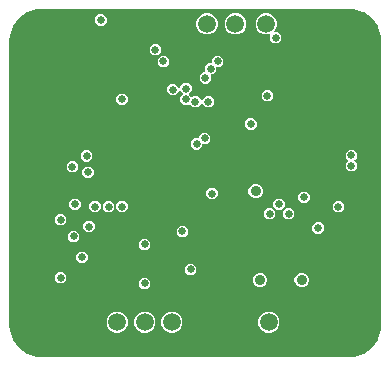
<source format=gbr>
G04 EAGLE Gerber RS-274X export*
G75*
%MOMM*%
%FSLAX34Y34*%
%LPD*%
%INCopper Layer 15*%
%IPPOS*%
%AMOC8*
5,1,8,0,0,1.08239X$1,22.5*%
G01*
%ADD10C,4.216000*%
%ADD11C,0.654800*%
%ADD12C,0.904800*%
%ADD13C,1.500000*%

G36*
X290022Y2504D02*
X290022Y2504D01*
X290060Y2503D01*
X294242Y2832D01*
X294248Y2834D01*
X294254Y2833D01*
X294418Y2867D01*
X302374Y5452D01*
X302406Y5469D01*
X302441Y5477D01*
X302586Y5560D01*
X309354Y10477D01*
X309379Y10503D01*
X309410Y10522D01*
X309523Y10646D01*
X314440Y17414D01*
X314456Y17446D01*
X314479Y17473D01*
X314548Y17626D01*
X317133Y25582D01*
X317134Y25588D01*
X317136Y25593D01*
X317139Y25605D01*
X317142Y25612D01*
X317145Y25637D01*
X317168Y25758D01*
X317497Y29940D01*
X317495Y29962D01*
X317499Y30000D01*
X317499Y270000D01*
X317496Y270022D01*
X317497Y270060D01*
X317168Y274242D01*
X317166Y274248D01*
X317167Y274254D01*
X317133Y274418D01*
X314548Y282374D01*
X314531Y282406D01*
X314523Y282441D01*
X314440Y282586D01*
X309523Y289354D01*
X309497Y289379D01*
X309478Y289410D01*
X309354Y289523D01*
X302586Y294440D01*
X302554Y294456D01*
X302527Y294479D01*
X302374Y294548D01*
X294418Y297133D01*
X294412Y297134D01*
X294407Y297136D01*
X294242Y297168D01*
X290060Y297497D01*
X290038Y297495D01*
X290000Y297499D01*
X30000Y297499D01*
X29978Y297496D01*
X29940Y297497D01*
X25758Y297168D01*
X25752Y297166D01*
X25746Y297167D01*
X25582Y297133D01*
X17626Y294548D01*
X17594Y294531D01*
X17559Y294523D01*
X17414Y294440D01*
X10646Y289523D01*
X10621Y289497D01*
X10590Y289478D01*
X10477Y289354D01*
X5560Y282586D01*
X5544Y282554D01*
X5521Y282527D01*
X5452Y282374D01*
X2867Y274418D01*
X2866Y274412D01*
X2864Y274407D01*
X2832Y274242D01*
X2503Y270060D01*
X2505Y270038D01*
X2501Y270000D01*
X2501Y30000D01*
X2504Y29978D01*
X2503Y29940D01*
X2832Y25758D01*
X2834Y25752D01*
X2833Y25746D01*
X2867Y25582D01*
X5452Y17626D01*
X5469Y17594D01*
X5477Y17559D01*
X5560Y17414D01*
X10477Y10646D01*
X10503Y10621D01*
X10522Y10590D01*
X10646Y10477D01*
X17414Y5560D01*
X17446Y5544D01*
X17473Y5521D01*
X17626Y5452D01*
X25582Y2867D01*
X25588Y2866D01*
X25593Y2864D01*
X25758Y2832D01*
X29940Y2503D01*
X29962Y2505D01*
X30000Y2501D01*
X290000Y2501D01*
X290022Y2504D01*
G37*
%LPC*%
G36*
X286320Y251499D02*
X286320Y251499D01*
X279520Y254316D01*
X274316Y259520D01*
X271499Y266320D01*
X271499Y273680D01*
X274316Y280480D01*
X279520Y285684D01*
X286320Y288501D01*
X293680Y288501D01*
X300480Y285684D01*
X305684Y280480D01*
X308501Y273680D01*
X308501Y266320D01*
X305684Y259520D01*
X300480Y254316D01*
X293680Y251499D01*
X286320Y251499D01*
G37*
%LPD*%
%LPC*%
G36*
X26320Y251499D02*
X26320Y251499D01*
X19520Y254316D01*
X14316Y259520D01*
X11499Y266320D01*
X11499Y273680D01*
X14316Y280480D01*
X19520Y285684D01*
X26320Y288501D01*
X33680Y288501D01*
X40480Y285684D01*
X45684Y280480D01*
X48501Y273680D01*
X48501Y266320D01*
X45684Y259520D01*
X40480Y254316D01*
X33680Y251499D01*
X26320Y251499D01*
G37*
%LPD*%
%LPC*%
G36*
X26320Y11499D02*
X26320Y11499D01*
X19520Y14316D01*
X14316Y19520D01*
X11499Y26320D01*
X11499Y33680D01*
X14316Y40480D01*
X19520Y45684D01*
X26320Y48501D01*
X33680Y48501D01*
X40480Y45684D01*
X45684Y40480D01*
X48501Y33680D01*
X48501Y26320D01*
X45684Y19520D01*
X40480Y14316D01*
X33680Y11499D01*
X26320Y11499D01*
G37*
%LPD*%
%LPC*%
G36*
X286320Y11499D02*
X286320Y11499D01*
X279520Y14316D01*
X274316Y19520D01*
X271499Y26320D01*
X271499Y33680D01*
X274316Y40480D01*
X279520Y45684D01*
X286320Y48501D01*
X293680Y48501D01*
X300480Y45684D01*
X305684Y40480D01*
X308501Y33680D01*
X308501Y26320D01*
X305684Y19520D01*
X300480Y14316D01*
X293680Y11499D01*
X286320Y11499D01*
G37*
%LPD*%
%LPC*%
G36*
X158084Y214201D02*
X158084Y214201D01*
X155574Y216711D01*
X155558Y216723D01*
X155546Y216738D01*
X155458Y216795D01*
X155375Y216855D01*
X155356Y216861D01*
X155339Y216871D01*
X155238Y216897D01*
X155139Y216927D01*
X155120Y216927D01*
X155100Y216932D01*
X154997Y216924D01*
X154894Y216921D01*
X154875Y216914D01*
X154855Y216912D01*
X154760Y216872D01*
X154663Y216836D01*
X154647Y216824D01*
X154629Y216816D01*
X154498Y216711D01*
X153988Y216201D01*
X150012Y216201D01*
X147201Y219012D01*
X147201Y222988D01*
X149175Y224962D01*
X149187Y224978D01*
X149202Y224990D01*
X149259Y225078D01*
X149319Y225161D01*
X149325Y225180D01*
X149335Y225197D01*
X149361Y225298D01*
X149391Y225397D01*
X149391Y225416D01*
X149396Y225436D01*
X149388Y225539D01*
X149385Y225642D01*
X149378Y225661D01*
X149376Y225681D01*
X149336Y225776D01*
X149300Y225873D01*
X149288Y225889D01*
X149280Y225907D01*
X149175Y226038D01*
X147098Y228115D01*
X147040Y228157D01*
X146988Y228207D01*
X146941Y228229D01*
X146899Y228259D01*
X146830Y228280D01*
X146765Y228310D01*
X146713Y228316D01*
X146663Y228331D01*
X146592Y228329D01*
X146521Y228337D01*
X146470Y228326D01*
X146418Y228325D01*
X146350Y228300D01*
X146280Y228285D01*
X146236Y228258D01*
X146187Y228240D01*
X146131Y228196D01*
X146069Y228159D01*
X146035Y228119D01*
X145995Y228087D01*
X145956Y228026D01*
X145909Y227972D01*
X145890Y227924D01*
X145862Y227880D01*
X145844Y227810D01*
X145817Y227744D01*
X145809Y227672D01*
X145801Y227641D01*
X145803Y227618D01*
X145799Y227577D01*
X145799Y227012D01*
X142988Y224201D01*
X139012Y224201D01*
X136201Y227012D01*
X136201Y230988D01*
X139012Y233799D01*
X142988Y233799D01*
X145902Y230885D01*
X145960Y230843D01*
X146012Y230793D01*
X146059Y230772D01*
X146101Y230741D01*
X146170Y230720D01*
X146235Y230690D01*
X146287Y230684D01*
X146337Y230669D01*
X146408Y230671D01*
X146479Y230663D01*
X146530Y230674D01*
X146582Y230675D01*
X146650Y230700D01*
X146720Y230715D01*
X146765Y230742D01*
X146813Y230760D01*
X146869Y230804D01*
X146931Y230841D01*
X146965Y230881D01*
X147005Y230913D01*
X147044Y230974D01*
X147091Y231028D01*
X147110Y231076D01*
X147138Y231120D01*
X147156Y231190D01*
X147183Y231256D01*
X147191Y231328D01*
X147199Y231359D01*
X147197Y231382D01*
X147201Y231423D01*
X147201Y231988D01*
X150012Y234799D01*
X153988Y234799D01*
X156799Y231988D01*
X156799Y228012D01*
X154825Y226038D01*
X154813Y226022D01*
X154798Y226010D01*
X154741Y225922D01*
X154681Y225839D01*
X154675Y225820D01*
X154665Y225803D01*
X154639Y225702D01*
X154609Y225603D01*
X154609Y225584D01*
X154604Y225564D01*
X154612Y225461D01*
X154615Y225358D01*
X154622Y225339D01*
X154624Y225319D01*
X154664Y225224D01*
X154700Y225127D01*
X154712Y225111D01*
X154720Y225093D01*
X154825Y224962D01*
X156498Y223289D01*
X156514Y223277D01*
X156526Y223262D01*
X156614Y223205D01*
X156697Y223145D01*
X156716Y223139D01*
X156733Y223129D01*
X156834Y223103D01*
X156933Y223073D01*
X156952Y223073D01*
X156972Y223068D01*
X157075Y223076D01*
X157178Y223079D01*
X157197Y223086D01*
X157217Y223088D01*
X157312Y223128D01*
X157409Y223164D01*
X157425Y223176D01*
X157443Y223184D01*
X157574Y223289D01*
X158084Y223799D01*
X162060Y223799D01*
X164998Y220861D01*
X165014Y220849D01*
X165026Y220834D01*
X165114Y220777D01*
X165197Y220717D01*
X165216Y220711D01*
X165233Y220701D01*
X165334Y220675D01*
X165433Y220645D01*
X165452Y220645D01*
X165472Y220640D01*
X165575Y220648D01*
X165678Y220651D01*
X165697Y220658D01*
X165717Y220660D01*
X165812Y220700D01*
X165909Y220736D01*
X165925Y220748D01*
X165943Y220756D01*
X166074Y220861D01*
X169012Y223799D01*
X172988Y223799D01*
X175799Y220988D01*
X175799Y217012D01*
X172988Y214201D01*
X169012Y214201D01*
X166074Y217139D01*
X166058Y217151D01*
X166046Y217166D01*
X165958Y217223D01*
X165875Y217283D01*
X165856Y217289D01*
X165839Y217299D01*
X165738Y217325D01*
X165639Y217355D01*
X165620Y217355D01*
X165600Y217360D01*
X165497Y217352D01*
X165394Y217349D01*
X165375Y217342D01*
X165355Y217340D01*
X165260Y217300D01*
X165163Y217264D01*
X165147Y217252D01*
X165129Y217244D01*
X164998Y217139D01*
X162060Y214201D01*
X158084Y214201D01*
G37*
%LPD*%
%LPC*%
G36*
X226012Y268201D02*
X226012Y268201D01*
X223201Y271012D01*
X223201Y274998D01*
X223232Y275041D01*
X223294Y275116D01*
X223304Y275140D01*
X223319Y275161D01*
X223348Y275255D01*
X223382Y275345D01*
X223384Y275371D01*
X223391Y275396D01*
X223389Y275494D01*
X223393Y275591D01*
X223386Y275616D01*
X223385Y275642D01*
X223351Y275734D01*
X223324Y275827D01*
X223309Y275849D01*
X223300Y275873D01*
X223240Y275949D01*
X223184Y276029D01*
X223163Y276045D01*
X223147Y276065D01*
X223065Y276118D01*
X222987Y276176D01*
X222962Y276184D01*
X222940Y276198D01*
X222845Y276222D01*
X222753Y276252D01*
X222727Y276252D01*
X222701Y276259D01*
X222604Y276251D01*
X222507Y276250D01*
X222476Y276241D01*
X222456Y276239D01*
X222426Y276227D01*
X222346Y276203D01*
X221795Y275975D01*
X218205Y275975D01*
X214888Y277349D01*
X212349Y279888D01*
X210975Y283205D01*
X210975Y286795D01*
X212349Y290112D01*
X214888Y292651D01*
X218205Y294025D01*
X221795Y294025D01*
X225112Y292651D01*
X227651Y290112D01*
X229025Y286795D01*
X229025Y283205D01*
X227651Y279888D01*
X226861Y279098D01*
X226819Y279040D01*
X226770Y278988D01*
X226748Y278941D01*
X226718Y278899D01*
X226697Y278830D01*
X226666Y278765D01*
X226661Y278713D01*
X226645Y278663D01*
X226647Y278592D01*
X226639Y278521D01*
X226650Y278470D01*
X226652Y278418D01*
X226676Y278350D01*
X226691Y278280D01*
X226718Y278235D01*
X226736Y278187D01*
X226781Y278131D01*
X226818Y278069D01*
X226857Y278035D01*
X226890Y277995D01*
X226950Y277956D01*
X227005Y277909D01*
X227053Y277890D01*
X227097Y277862D01*
X227166Y277844D01*
X227233Y277817D01*
X227304Y277809D01*
X227335Y277801D01*
X227359Y277803D01*
X227399Y277799D01*
X229988Y277799D01*
X232799Y274988D01*
X232799Y271012D01*
X229988Y268201D01*
X226012Y268201D01*
G37*
%LPD*%
%LPC*%
G36*
X168205Y275975D02*
X168205Y275975D01*
X164888Y277349D01*
X162349Y279888D01*
X160975Y283205D01*
X160975Y286795D01*
X162349Y290112D01*
X164888Y292651D01*
X168205Y294025D01*
X171795Y294025D01*
X175112Y292651D01*
X177651Y290112D01*
X179025Y286795D01*
X179025Y283205D01*
X177651Y279888D01*
X175112Y277349D01*
X171795Y275975D01*
X168205Y275975D01*
G37*
%LPD*%
%LPC*%
G36*
X138205Y22975D02*
X138205Y22975D01*
X134888Y24349D01*
X132349Y26888D01*
X130975Y30205D01*
X130975Y33795D01*
X132349Y37112D01*
X134888Y39651D01*
X138205Y41025D01*
X141795Y41025D01*
X145112Y39651D01*
X147651Y37112D01*
X149025Y33795D01*
X149025Y30205D01*
X147651Y26888D01*
X145112Y24349D01*
X141795Y22975D01*
X138205Y22975D01*
G37*
%LPD*%
%LPC*%
G36*
X220205Y22975D02*
X220205Y22975D01*
X216888Y24349D01*
X214349Y26888D01*
X212975Y30205D01*
X212975Y33795D01*
X214349Y37112D01*
X216888Y39651D01*
X220205Y41025D01*
X223795Y41025D01*
X227112Y39651D01*
X229651Y37112D01*
X231025Y33795D01*
X231025Y30205D01*
X229651Y26888D01*
X227112Y24349D01*
X223795Y22975D01*
X220205Y22975D01*
G37*
%LPD*%
%LPC*%
G36*
X92205Y22975D02*
X92205Y22975D01*
X88888Y24349D01*
X86349Y26888D01*
X84975Y30205D01*
X84975Y33795D01*
X86349Y37112D01*
X88888Y39651D01*
X92205Y41025D01*
X95795Y41025D01*
X99112Y39651D01*
X101651Y37112D01*
X103025Y33795D01*
X103025Y30205D01*
X101651Y26888D01*
X99112Y24349D01*
X95795Y22975D01*
X92205Y22975D01*
G37*
%LPD*%
%LPC*%
G36*
X115205Y22975D02*
X115205Y22975D01*
X111888Y24349D01*
X109349Y26888D01*
X107975Y30205D01*
X107975Y33795D01*
X109349Y37112D01*
X111888Y39651D01*
X115205Y41025D01*
X118795Y41025D01*
X122112Y39651D01*
X124651Y37112D01*
X126025Y33795D01*
X126025Y30205D01*
X124651Y26888D01*
X122112Y24349D01*
X118795Y22975D01*
X115205Y22975D01*
G37*
%LPD*%
%LPC*%
G36*
X192205Y275975D02*
X192205Y275975D01*
X188888Y277349D01*
X186349Y279888D01*
X184975Y283205D01*
X184975Y286795D01*
X186349Y290112D01*
X188888Y292651D01*
X192205Y294025D01*
X195795Y294025D01*
X199112Y292651D01*
X201651Y290112D01*
X203025Y286795D01*
X203025Y283205D01*
X201651Y279888D01*
X199112Y277349D01*
X195795Y275975D01*
X192205Y275975D01*
G37*
%LPD*%
%LPC*%
G36*
X166548Y234237D02*
X166548Y234237D01*
X163737Y237048D01*
X163737Y241024D01*
X166548Y243835D01*
X167541Y243835D01*
X167612Y243846D01*
X167684Y243848D01*
X167732Y243866D01*
X167784Y243874D01*
X167847Y243908D01*
X167915Y243933D01*
X167955Y243965D01*
X168001Y243990D01*
X168051Y244042D01*
X168107Y244086D01*
X168135Y244130D01*
X168171Y244168D01*
X168201Y244233D01*
X168240Y244293D01*
X168252Y244344D01*
X168274Y244391D01*
X168282Y244462D01*
X168300Y244532D01*
X168296Y244584D01*
X168301Y244635D01*
X168286Y244705D01*
X168280Y244777D01*
X168260Y244825D01*
X168249Y244876D01*
X168212Y244937D01*
X168201Y244963D01*
X168201Y248988D01*
X171012Y251799D01*
X173440Y251799D01*
X173460Y251802D01*
X173479Y251800D01*
X173581Y251822D01*
X173683Y251838D01*
X173700Y251848D01*
X173720Y251852D01*
X173809Y251905D01*
X173900Y251954D01*
X173914Y251968D01*
X173931Y251978D01*
X173998Y252057D01*
X174070Y252132D01*
X174078Y252150D01*
X174091Y252165D01*
X174130Y252261D01*
X174173Y252355D01*
X174175Y252375D01*
X174183Y252393D01*
X174201Y252560D01*
X174201Y254988D01*
X177012Y257799D01*
X180988Y257799D01*
X183799Y254988D01*
X183799Y251012D01*
X180988Y248201D01*
X178560Y248201D01*
X178540Y248198D01*
X178521Y248200D01*
X178419Y248178D01*
X178317Y248162D01*
X178300Y248152D01*
X178280Y248148D01*
X178191Y248095D01*
X178100Y248046D01*
X178086Y248032D01*
X178069Y248022D01*
X178002Y247943D01*
X177930Y247868D01*
X177922Y247850D01*
X177909Y247835D01*
X177870Y247739D01*
X177827Y247645D01*
X177825Y247625D01*
X177817Y247607D01*
X177799Y247440D01*
X177799Y245012D01*
X174988Y242201D01*
X173995Y242201D01*
X173924Y242190D01*
X173852Y242188D01*
X173804Y242170D01*
X173752Y242162D01*
X173689Y242128D01*
X173621Y242103D01*
X173581Y242071D01*
X173535Y242046D01*
X173485Y241994D01*
X173429Y241950D01*
X173401Y241906D01*
X173365Y241868D01*
X173335Y241803D01*
X173296Y241743D01*
X173284Y241692D01*
X173262Y241645D01*
X173254Y241574D01*
X173236Y241504D01*
X173240Y241452D01*
X173235Y241401D01*
X173250Y241331D01*
X173256Y241259D01*
X173276Y241211D01*
X173287Y241160D01*
X173324Y241099D01*
X173335Y241073D01*
X173335Y237048D01*
X170524Y234237D01*
X166548Y234237D01*
G37*
%LPD*%
%LPC*%
G36*
X290012Y159800D02*
X290012Y159800D01*
X287201Y162611D01*
X287201Y166587D01*
X289076Y168462D01*
X289088Y168478D01*
X289103Y168490D01*
X289160Y168578D01*
X289220Y168661D01*
X289226Y168680D01*
X289236Y168697D01*
X289262Y168798D01*
X289292Y168897D01*
X289292Y168916D01*
X289297Y168936D01*
X289289Y169039D01*
X289286Y169142D01*
X289279Y169161D01*
X289277Y169181D01*
X289237Y169276D01*
X289201Y169373D01*
X289189Y169389D01*
X289181Y169407D01*
X289076Y169538D01*
X287201Y171413D01*
X287201Y175389D01*
X290012Y178200D01*
X293988Y178200D01*
X296799Y175389D01*
X296799Y171413D01*
X294924Y169538D01*
X294912Y169522D01*
X294897Y169510D01*
X294840Y169422D01*
X294780Y169339D01*
X294774Y169320D01*
X294764Y169303D01*
X294738Y169202D01*
X294708Y169103D01*
X294708Y169084D01*
X294703Y169064D01*
X294711Y168961D01*
X294714Y168858D01*
X294721Y168839D01*
X294723Y168819D01*
X294763Y168724D01*
X294799Y168627D01*
X294811Y168611D01*
X294819Y168593D01*
X294924Y168462D01*
X296799Y166587D01*
X296799Y162611D01*
X293988Y159800D01*
X290012Y159800D01*
G37*
%LPD*%
%LPC*%
G36*
X159203Y178392D02*
X159203Y178392D01*
X156392Y181203D01*
X156392Y185178D01*
X159203Y187989D01*
X162440Y187989D01*
X162460Y187992D01*
X162479Y187990D01*
X162581Y188012D01*
X162683Y188029D01*
X162700Y188038D01*
X162720Y188042D01*
X162809Y188095D01*
X162900Y188144D01*
X162914Y188158D01*
X162931Y188168D01*
X162998Y188247D01*
X163070Y188322D01*
X163078Y188340D01*
X163091Y188355D01*
X163130Y188452D01*
X163173Y188545D01*
X163175Y188565D01*
X163183Y188584D01*
X163201Y188750D01*
X163201Y189988D01*
X166012Y192799D01*
X169988Y192799D01*
X172799Y189988D01*
X172799Y186012D01*
X169988Y183201D01*
X166750Y183201D01*
X166731Y183198D01*
X166711Y183200D01*
X166610Y183178D01*
X166507Y183162D01*
X166490Y183152D01*
X166470Y183148D01*
X166381Y183095D01*
X166290Y183046D01*
X166276Y183032D01*
X166259Y183022D01*
X166192Y182943D01*
X166121Y182868D01*
X166112Y182850D01*
X166099Y182835D01*
X166061Y182739D01*
X166017Y182645D01*
X166015Y182625D01*
X166007Y182607D01*
X165989Y182440D01*
X165989Y181203D01*
X163178Y178392D01*
X159203Y178392D01*
G37*
%LPD*%
%LPC*%
G36*
X209797Y136951D02*
X209797Y136951D01*
X207574Y137872D01*
X205872Y139574D01*
X204951Y141797D01*
X204951Y144203D01*
X205872Y146426D01*
X207574Y148128D01*
X209797Y149049D01*
X212203Y149049D01*
X214426Y148128D01*
X216128Y146426D01*
X217049Y144203D01*
X217049Y141797D01*
X216128Y139574D01*
X214426Y137872D01*
X212203Y136951D01*
X209797Y136951D01*
G37*
%LPD*%
%LPC*%
G36*
X213797Y61951D02*
X213797Y61951D01*
X211574Y62872D01*
X209872Y64574D01*
X208951Y66797D01*
X208951Y69203D01*
X209872Y71426D01*
X211574Y73128D01*
X213797Y74049D01*
X216203Y74049D01*
X218426Y73128D01*
X220128Y71426D01*
X221049Y69203D01*
X221049Y66797D01*
X220128Y64574D01*
X218426Y62872D01*
X216203Y61951D01*
X213797Y61951D01*
G37*
%LPD*%
%LPC*%
G36*
X248797Y61951D02*
X248797Y61951D01*
X246574Y62872D01*
X244872Y64574D01*
X243951Y66797D01*
X243951Y69203D01*
X244872Y71426D01*
X246574Y73128D01*
X248797Y74049D01*
X251203Y74049D01*
X253426Y73128D01*
X255128Y71426D01*
X256049Y69203D01*
X256049Y66797D01*
X255128Y64574D01*
X253426Y62872D01*
X251203Y61951D01*
X248797Y61951D01*
G37*
%LPD*%
%LPC*%
G36*
X262012Y107201D02*
X262012Y107201D01*
X259201Y110012D01*
X259201Y113988D01*
X262012Y116799D01*
X265988Y116799D01*
X268799Y113988D01*
X268799Y110012D01*
X265988Y107201D01*
X262012Y107201D01*
G37*
%LPD*%
%LPC*%
G36*
X44012Y114201D02*
X44012Y114201D01*
X41201Y117012D01*
X41201Y120988D01*
X44012Y123799D01*
X47988Y123799D01*
X50799Y120988D01*
X50799Y117012D01*
X47988Y114201D01*
X44012Y114201D01*
G37*
%LPD*%
%LPC*%
G36*
X147012Y104201D02*
X147012Y104201D01*
X144201Y107012D01*
X144201Y110988D01*
X147012Y113799D01*
X150988Y113799D01*
X153799Y110988D01*
X153799Y107012D01*
X150988Y104201D01*
X147012Y104201D01*
G37*
%LPD*%
%LPC*%
G36*
X55012Y100201D02*
X55012Y100201D01*
X52201Y103012D01*
X52201Y106988D01*
X55012Y109799D01*
X58988Y109799D01*
X61799Y106988D01*
X61799Y103012D01*
X58988Y100201D01*
X55012Y100201D01*
G37*
%LPD*%
%LPC*%
G36*
X115012Y93201D02*
X115012Y93201D01*
X112201Y96012D01*
X112201Y99988D01*
X115012Y102799D01*
X118988Y102799D01*
X121799Y99988D01*
X121799Y96012D01*
X118988Y93201D01*
X115012Y93201D01*
G37*
%LPD*%
%LPC*%
G36*
X62012Y82201D02*
X62012Y82201D01*
X59201Y85012D01*
X59201Y88988D01*
X62012Y91799D01*
X65988Y91799D01*
X68799Y88988D01*
X68799Y85012D01*
X65988Y82201D01*
X62012Y82201D01*
G37*
%LPD*%
%LPC*%
G36*
X154012Y72201D02*
X154012Y72201D01*
X151201Y75012D01*
X151201Y78988D01*
X154012Y81799D01*
X157988Y81799D01*
X160799Y78988D01*
X160799Y75012D01*
X157988Y72201D01*
X154012Y72201D01*
G37*
%LPD*%
%LPC*%
G36*
X44012Y65201D02*
X44012Y65201D01*
X41201Y68012D01*
X41201Y71988D01*
X44012Y74799D01*
X47988Y74799D01*
X50799Y71988D01*
X50799Y68012D01*
X47988Y65201D01*
X44012Y65201D01*
G37*
%LPD*%
%LPC*%
G36*
X115012Y60201D02*
X115012Y60201D01*
X112201Y63012D01*
X112201Y66988D01*
X115012Y69799D01*
X118988Y69799D01*
X121799Y66988D01*
X121799Y63012D01*
X118988Y60201D01*
X115012Y60201D01*
G37*
%LPD*%
%LPC*%
G36*
X219012Y219201D02*
X219012Y219201D01*
X216201Y222012D01*
X216201Y225988D01*
X219012Y228799D01*
X222988Y228799D01*
X225799Y225988D01*
X225799Y222012D01*
X222988Y219201D01*
X219012Y219201D01*
G37*
%LPD*%
%LPC*%
G36*
X131012Y248201D02*
X131012Y248201D01*
X128201Y251012D01*
X128201Y254988D01*
X131012Y257799D01*
X134988Y257799D01*
X137799Y254988D01*
X137799Y251012D01*
X134988Y248201D01*
X131012Y248201D01*
G37*
%LPD*%
%LPC*%
G36*
X124012Y258201D02*
X124012Y258201D01*
X121201Y261012D01*
X121201Y264988D01*
X124012Y267799D01*
X127988Y267799D01*
X130799Y264988D01*
X130799Y261012D01*
X127988Y258201D01*
X124012Y258201D01*
G37*
%LPD*%
%LPC*%
G36*
X78012Y283201D02*
X78012Y283201D01*
X75201Y286012D01*
X75201Y289988D01*
X78012Y292799D01*
X81988Y292799D01*
X84799Y289988D01*
X84799Y286012D01*
X81988Y283201D01*
X78012Y283201D01*
G37*
%LPD*%
%LPC*%
G36*
X68012Y108201D02*
X68012Y108201D01*
X65201Y111012D01*
X65201Y114988D01*
X68012Y117799D01*
X71988Y117799D01*
X74799Y114988D01*
X74799Y111012D01*
X71988Y108201D01*
X68012Y108201D01*
G37*
%LPD*%
%LPC*%
G36*
X96012Y216201D02*
X96012Y216201D01*
X93201Y219012D01*
X93201Y222988D01*
X96012Y225799D01*
X99988Y225799D01*
X102799Y222988D01*
X102799Y219012D01*
X99988Y216201D01*
X96012Y216201D01*
G37*
%LPD*%
%LPC*%
G36*
X220892Y119201D02*
X220892Y119201D01*
X218081Y122012D01*
X218081Y125988D01*
X220892Y128799D01*
X224868Y128799D01*
X227679Y125988D01*
X227679Y122012D01*
X224868Y119201D01*
X220892Y119201D01*
G37*
%LPD*%
%LPC*%
G36*
X237036Y119201D02*
X237036Y119201D01*
X234225Y122012D01*
X234225Y125988D01*
X237036Y128799D01*
X241012Y128799D01*
X243823Y125988D01*
X243823Y122012D01*
X241012Y119201D01*
X237036Y119201D01*
G37*
%LPD*%
%LPC*%
G36*
X73181Y125201D02*
X73181Y125201D01*
X70370Y128012D01*
X70370Y131988D01*
X73181Y134799D01*
X77157Y134799D01*
X79968Y131988D01*
X79968Y128012D01*
X77157Y125201D01*
X73181Y125201D01*
G37*
%LPD*%
%LPC*%
G36*
X84597Y125201D02*
X84597Y125201D01*
X81786Y128012D01*
X81786Y131988D01*
X84597Y134799D01*
X88572Y134799D01*
X91383Y131988D01*
X91383Y128012D01*
X88572Y125201D01*
X84597Y125201D01*
G37*
%LPD*%
%LPC*%
G36*
X96012Y125201D02*
X96012Y125201D01*
X93201Y128012D01*
X93201Y131988D01*
X96012Y134799D01*
X99988Y134799D01*
X102799Y131988D01*
X102799Y128012D01*
X99988Y125201D01*
X96012Y125201D01*
G37*
%LPD*%
%LPC*%
G36*
X279012Y125201D02*
X279012Y125201D01*
X276201Y128012D01*
X276201Y131988D01*
X279012Y134799D01*
X282988Y134799D01*
X285799Y131988D01*
X285799Y128012D01*
X282988Y125201D01*
X279012Y125201D01*
G37*
%LPD*%
%LPC*%
G36*
X56012Y127201D02*
X56012Y127201D01*
X53201Y130012D01*
X53201Y133988D01*
X56012Y136799D01*
X59988Y136799D01*
X62799Y133988D01*
X62799Y130012D01*
X59988Y127201D01*
X56012Y127201D01*
G37*
%LPD*%
%LPC*%
G36*
X228964Y127273D02*
X228964Y127273D01*
X226153Y130084D01*
X226153Y134060D01*
X228964Y136871D01*
X232940Y136871D01*
X235751Y134060D01*
X235751Y130084D01*
X232940Y127273D01*
X228964Y127273D01*
G37*
%LPD*%
%LPC*%
G36*
X250012Y133201D02*
X250012Y133201D01*
X247201Y136012D01*
X247201Y139988D01*
X250012Y142799D01*
X253988Y142799D01*
X256799Y139988D01*
X256799Y136012D01*
X253988Y133201D01*
X250012Y133201D01*
G37*
%LPD*%
%LPC*%
G36*
X172012Y136201D02*
X172012Y136201D01*
X169201Y139012D01*
X169201Y142988D01*
X172012Y145799D01*
X175988Y145799D01*
X178799Y142988D01*
X178799Y139012D01*
X175988Y136201D01*
X172012Y136201D01*
G37*
%LPD*%
%LPC*%
G36*
X67012Y154201D02*
X67012Y154201D01*
X64201Y157012D01*
X64201Y160988D01*
X67012Y163799D01*
X70988Y163799D01*
X73799Y160988D01*
X73799Y157012D01*
X70988Y154201D01*
X67012Y154201D01*
G37*
%LPD*%
%LPC*%
G36*
X54012Y159201D02*
X54012Y159201D01*
X51201Y162012D01*
X51201Y165988D01*
X54012Y168799D01*
X57988Y168799D01*
X60799Y165988D01*
X60799Y162012D01*
X57988Y159201D01*
X54012Y159201D01*
G37*
%LPD*%
%LPC*%
G36*
X66012Y168201D02*
X66012Y168201D01*
X63201Y171012D01*
X63201Y174988D01*
X66012Y177799D01*
X69988Y177799D01*
X72799Y174988D01*
X72799Y171012D01*
X69988Y168201D01*
X66012Y168201D01*
G37*
%LPD*%
%LPC*%
G36*
X205012Y195201D02*
X205012Y195201D01*
X202201Y198012D01*
X202201Y201988D01*
X205012Y204799D01*
X208988Y204799D01*
X211799Y201988D01*
X211799Y198012D01*
X208988Y195201D01*
X205012Y195201D01*
G37*
%LPD*%
D10*
X30000Y30000D03*
X290000Y30000D03*
X290000Y270000D03*
X30000Y270000D03*
D11*
X179000Y239000D03*
X248000Y268000D03*
X259000Y239000D03*
X18000Y152000D03*
X18000Y173000D03*
X18000Y193000D03*
X18000Y213000D03*
X19000Y80000D03*
X90000Y97000D03*
X19000Y100000D03*
X207000Y111000D03*
X298000Y68000D03*
X232000Y75000D03*
X141000Y150000D03*
X141000Y174000D03*
X141000Y198000D03*
X117000Y198000D03*
X117000Y174000D03*
X117000Y150000D03*
X93000Y150000D03*
X93000Y174000D03*
X93000Y198000D03*
X186000Y225000D03*
X166000Y166000D03*
X163000Y152000D03*
X121000Y119000D03*
X108000Y277000D03*
X107000Y259000D03*
X18000Y233000D03*
X197000Y180000D03*
X213000Y217000D03*
X127000Y98000D03*
X107000Y65000D03*
D12*
X194000Y68000D03*
D11*
X281000Y141000D03*
D13*
X186000Y32000D03*
D11*
X163000Y100000D03*
X191000Y136000D03*
X80000Y288000D03*
X221000Y224000D03*
X56000Y164000D03*
X58000Y132000D03*
X174000Y141000D03*
X228000Y273000D03*
D12*
X211000Y143000D03*
D11*
X46000Y70000D03*
X46000Y119000D03*
X252000Y138000D03*
X281000Y130000D03*
X149000Y109000D03*
X57000Y105000D03*
D12*
X250000Y68000D03*
D13*
X222000Y32000D03*
D12*
X215000Y68000D03*
D11*
X292000Y173401D03*
X168000Y188000D03*
X141000Y229000D03*
X173000Y247000D03*
D13*
X194000Y285000D03*
D11*
X152000Y230000D03*
X168536Y239036D03*
D13*
X170000Y285000D03*
D11*
X171000Y219000D03*
X126000Y263000D03*
X133000Y253000D03*
X160072Y219000D03*
X152000Y221000D03*
X179000Y253000D03*
D13*
X220000Y285000D03*
D11*
X70000Y113000D03*
X69000Y159000D03*
X64000Y87000D03*
X68000Y173000D03*
X117000Y98000D03*
X117000Y65000D03*
D13*
X117000Y32000D03*
X140000Y32000D03*
D11*
X222880Y124000D03*
X98000Y130000D03*
X239024Y124000D03*
X75169Y130000D03*
X230952Y132072D03*
X86584Y130000D03*
X207000Y200000D03*
X98000Y221000D03*
X292000Y164599D03*
X161190Y183190D03*
X264000Y112000D03*
X156000Y77000D03*
D13*
X94000Y32000D03*
M02*

</source>
